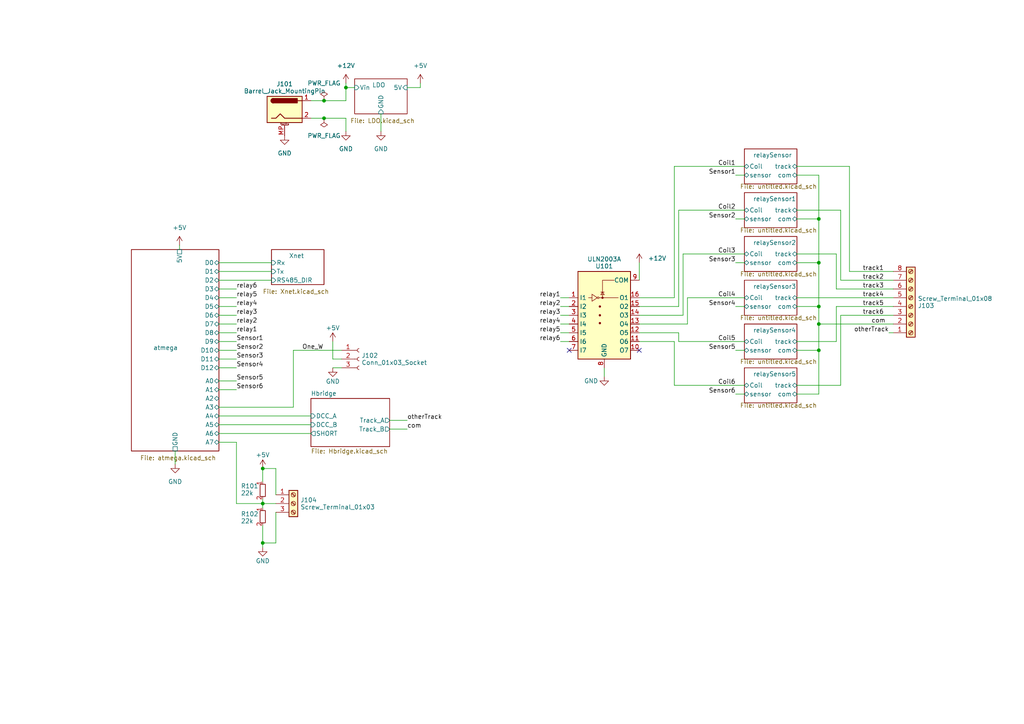
<source format=kicad_sch>
(kicad_sch (version 20230121) (generator eeschema)
  (paper "A4")
  (lib_symbols
    (symbol "Connector:Barrel_Jack_MountingPin" (pin_names hide)
      (property "Reference" "J" (at 0 5.334 0))
      (property "Value" "Barrel_Jack_MountingPin" (at 1.27 -6.35 0))
      (symbol "Barrel_Jack_MountingPin_0_1"
        (rectangle (start -5.08 3.81) (end 5.08 -3.81) (stroke (width 0.254)) (fill (type background)))
        (arc (start -3.302 3.175) (mid -3.9343 2.54) (end -3.302 1.905) (stroke (width 0.254)))
        (arc (start -3.302 3.175) (mid -3.9343 2.54) (end -3.302 1.905) (stroke (width 0.254)) (fill (type outline)))
        (polyline (pts (xy 5.08 2.54) (xy 3.81 2.54)) (stroke (width 0.254)))
        (polyline (pts (xy -3.81 -2.54) (xy -2.54 -2.54) (xy -1.27 -1.27) (xy 0 -2.54) (xy 2.54 -2.54) (xy 5.08 -2.54)) (stroke (width 0.254)))
        (rectangle (start 3.683 3.175) (end -3.302 1.905) (stroke (width 0.254)) (fill (type outline)))
      )
      (symbol "Barrel_Jack_MountingPin_1_1"
        (polyline (pts (xy -1.016 -4.572) (xy 1.016 -4.572)) (stroke (width 0.1524)))
        (text "Mounting" (at 0 -4.191 0) (effects (font (size 0.381 0.381))))
        (pin passive line (at 7.62 2.54 180) (length 2.54) (name "~") (number "1"))
        (pin passive line (at 7.62 -2.54 180) (length 2.54) (name "~") (number "2"))
        (pin passive line (at 0 -7.62 90) (length 3.048) (name "MountPin") (number "MP"))
      )
    )
    (symbol "Connector:Conn_01x03_Socket" (pin_names (offset 1.016) hide)
      (property "Reference" "J" (at 0 5.08 0))
      (property "Value" "Conn_01x03_Socket" (at 0 -5.08 0))
      (symbol "Conn_01x03_Socket_1_1"
        (arc (start 0 -2.032) (mid -0.5058 -2.54) (end 0 -3.048) (stroke (width 0.1524)))
        (polyline (pts (xy -1.27 -2.54) (xy -0.508 -2.54)) (stroke (width 0.1524)))
        (polyline (pts (xy -1.27 0) (xy -0.508 0)) (stroke (width 0.1524)))
        (polyline (pts (xy -1.27 2.54) (xy -0.508 2.54)) (stroke (width 0.1524)))
        (arc (start 0 0.508) (mid -0.5058 0) (end 0 -0.508) (stroke (width 0.1524)))
        (arc (start 0 3.048) (mid -0.5058 2.54) (end 0 2.032) (stroke (width 0.1524)))
        (pin passive line (at -5.08 2.54 0) (length 3.81) (name "Pin_1") (number "1"))
        (pin passive line (at -5.08 0 0) (length 3.81) (name "Pin_2") (number "2"))
        (pin passive line (at -5.08 -2.54 0) (length 3.81) (name "Pin_3") (number "3"))
      )
    )
    (symbol "Connector:Screw_Terminal_01x03" (pin_names (offset 1.016) hide)
      (property "Reference" "J" (at 0 5.08 0))
      (property "Value" "Screw_Terminal_01x03" (at 0 -5.08 0))
      (symbol "Screw_Terminal_01x03_1_1"
        (rectangle (start -1.27 3.81) (end 1.27 -3.81) (stroke (width 0.254)) (fill (type background)))
        (circle (center 0 -2.54) (radius 0.635) (stroke (width 0.1524)))
        (polyline (pts (xy -0.5334 -2.2098) (xy 0.3302 -3.048)) (stroke (width 0.1524)))
        (polyline (pts (xy -0.5334 0.3302) (xy 0.3302 -0.508)) (stroke (width 0.1524)))
        (polyline (pts (xy -0.5334 2.8702) (xy 0.3302 2.032)) (stroke (width 0.1524)))
        (polyline (pts (xy -0.3556 -2.032) (xy 0.508 -2.8702)) (stroke (width 0.1524)))
        (polyline (pts (xy -0.3556 0.508) (xy 0.508 -0.3302)) (stroke (width 0.1524)))
        (polyline (pts (xy -0.3556 3.048) (xy 0.508 2.2098)) (stroke (width 0.1524)))
        (circle (center 0 0) (radius 0.635) (stroke (width 0.1524)))
        (circle (center 0 2.54) (radius 0.635) (stroke (width 0.1524)))
        (pin passive line (at -5.08 2.54 0) (length 3.81) (name "Pin_1") (number "1"))
        (pin passive line (at -5.08 0 0) (length 3.81) (name "Pin_2") (number "2"))
        (pin passive line (at -5.08 -2.54 0) (length 3.81) (name "Pin_3") (number "3"))
      )
    )
    (symbol "Connector:Screw_Terminal_01x08" (pin_names (offset 1.016) hide)
      (property "Reference" "J" (at 0 10.16 0))
      (property "Value" "Screw_Terminal_01x08" (at 0 -12.7 0))
      (symbol "Screw_Terminal_01x08_1_1"
        (rectangle (start -1.27 8.89) (end 1.27 -11.43) (stroke (width 0.254)) (fill (type background)))
        (circle (center 0 -10.16) (radius 0.635) (stroke (width 0.1524)))
        (circle (center 0 -7.62) (radius 0.635) (stroke (width 0.1524)))
        (circle (center 0 -5.08) (radius 0.635) (stroke (width 0.1524)))
        (circle (center 0 -2.54) (radius 0.635) (stroke (width 0.1524)))
        (polyline (pts (xy -0.5334 -9.8298) (xy 0.3302 -10.668)) (stroke (width 0.1524)))
        (polyline (pts (xy -0.5334 -7.2898) (xy 0.3302 -8.128)) (stroke (width 0.1524)))
        (polyline (pts (xy -0.5334 -4.7498) (xy 0.3302 -5.588)) (stroke (width 0.1524)))
        (polyline (pts (xy -0.5334 -2.2098) (xy 0.3302 -3.048)) (stroke (width 0.1524)))
        (polyline (pts (xy -0.5334 0.3302) (xy 0.3302 -0.508)) (stroke (width 0.1524)))
        (polyline (pts (xy -0.5334 2.8702) (xy 0.3302 2.032)) (stroke (width 0.1524)))
        (polyline (pts (xy -0.5334 5.4102) (xy 0.3302 4.572)) (stroke (width 0.1524)))
        (polyline (pts (xy -0.5334 7.9502) (xy 0.3302 7.112)) (stroke (width 0.1524)))
        (polyline (pts (xy -0.3556 -9.652) (xy 0.508 -10.4902)) (stroke (width 0.1524)))
        (polyline (pts (xy -0.3556 -7.112) (xy 0.508 -7.9502)) (stroke (width 0.1524)))
        (polyline (pts (xy -0.3556 -4.572) (xy 0.508 -5.4102)) (stroke (width 0.1524)))
        (polyline (pts (xy -0.3556 -2.032) (xy 0.508 -2.8702)) (stroke (width 0.1524)))
        (polyline (pts (xy -0.3556 0.508) (xy 0.508 -0.3302)) (stroke (width 0.1524)))
        (polyline (pts (xy -0.3556 3.048) (xy 0.508 2.2098)) (stroke (width 0.1524)))
        (polyline (pts (xy -0.3556 5.588) (xy 0.508 4.7498)) (stroke (width 0.1524)))
        (polyline (pts (xy -0.3556 8.128) (xy 0.508 7.2898)) (stroke (width 0.1524)))
        (circle (center 0 0) (radius 0.635) (stroke (width 0.1524)))
        (circle (center 0 2.54) (radius 0.635) (stroke (width 0.1524)))
        (circle (center 0 5.08) (radius 0.635) (stroke (width 0.1524)))
        (circle (center 0 7.62) (radius 0.635) (stroke (width 0.1524)))
        (pin passive line (at -5.08 7.62 0) (length 3.81) (name "Pin_1") (number "1"))
        (pin passive line (at -5.08 5.08 0) (length 3.81) (name "Pin_2") (number "2"))
        (pin passive line (at -5.08 2.54 0) (length 3.81) (name "Pin_3") (number "3"))
        (pin passive line (at -5.08 0 0) (length 3.81) (name "Pin_4") (number "4"))
        (pin passive line (at -5.08 -2.54 0) (length 3.81) (name "Pin_5") (number "5"))
        (pin passive line (at -5.08 -5.08 0) (length 3.81) (name "Pin_6") (number "6"))
        (pin passive line (at -5.08 -7.62 0) (length 3.81) (name "Pin_7") (number "7"))
        (pin passive line (at -5.08 -10.16 0) (length 3.81) (name "Pin_8") (number "8"))
      )
    )
    (symbol "Transistor_Array:ULN2003A"
      (property "Reference" "U" (at 0 15.875 0))
      (property "Value" "ULN2003A" (at 0 13.97 0))
      (symbol "ULN2003A_0_1"
        (rectangle (start -7.62 -12.7) (end 7.62 12.7) (stroke (width 0.254)) (fill (type background)))
        (circle (center -1.778 5.08) (radius 0.254))
        (circle (center -1.27 -2.286) (radius 0.254) (fill (type outline)))
        (circle (center -1.27 0) (radius 0.254) (fill (type outline)))
        (circle (center -1.27 2.54) (radius 0.254) (fill (type outline)))
        (circle (center -0.508 5.08) (radius 0.254) (fill (type outline)))
        (polyline (pts (xy -4.572 5.08) (xy -3.556 5.08)))
        (polyline (pts (xy -1.524 5.08) (xy 4.064 5.08)))
        (polyline (pts (xy 0 6.731) (xy -1.016 6.731)))
        (polyline (pts (xy -0.508 5.08) (xy -0.508 10.16) (xy 2.921 10.16)))
        (polyline (pts (xy -3.556 6.096) (xy -3.556 4.064) (xy -2.032 5.08) (xy -3.556 6.096)))
        (polyline (pts (xy 0 5.969) (xy -1.016 5.969) (xy -0.508 6.731) (xy 0 5.969)))
      )
      (symbol "ULN2003A_1_1"
        (pin input line (at -10.16 5.08 0) (length 2.54) (name "I1") (number "1"))
        (pin open_collector line (at 10.16 -10.16 180) (length 2.54) (name "O7") (number "10"))
        (pin open_collector line (at 10.16 -7.62 180) (length 2.54) (name "O6") (number "11"))
        (pin open_collector line (at 10.16 -5.08 180) (length 2.54) (name "O5") (number "12"))
        (pin open_collector line (at 10.16 -2.54 180) (length 2.54) (name "O4") (number "13"))
        (pin open_collector line (at 10.16 0 180) (length 2.54) (name "O3") (number "14"))
        (pin open_collector line (at 10.16 2.54 180) (length 2.54) (name "O2") (number "15"))
        (pin open_collector line (at 10.16 5.08 180) (length 2.54) (name "O1") (number "16"))
        (pin input line (at -10.16 2.54 0) (length 2.54) (name "I2") (number "2"))
        (pin input line (at -10.16 0 0) (length 2.54) (name "I3") (number "3"))
        (pin input line (at -10.16 -2.54 0) (length 2.54) (name "I4") (number "4"))
        (pin input line (at -10.16 -5.08 0) (length 2.54) (name "I5") (number "5"))
        (pin input line (at -10.16 -7.62 0) (length 2.54) (name "I6") (number "6"))
        (pin input line (at -10.16 -10.16 0) (length 2.54) (name "I7") (number "7"))
        (pin power_in line (at 0 -15.24 90) (length 2.54) (name "GND") (number "8"))
        (pin passive line (at 10.16 10.16 180) (length 2.54) (name "COM") (number "9"))
      )
    )
    (symbol "power:+12V" (power) (pin_names (offset 0))
      (property "Value" "+12V" (at 0 3.556 0))
      (symbol "+12V_0_1"
        (polyline (pts (xy -0.762 1.27) (xy 0 2.54)))
        (polyline (pts (xy 0 0) (xy 0 2.54)))
        (polyline (pts (xy 0 2.54) (xy 0.762 1.27)))
      )
      (symbol "+12V_1_1"
        (pin power_in line (at 0 0 90) (length 0) hide (name "+12V") (number "1"))
      )
    )
    (symbol "power:+5V" (power) (pin_names (offset 0))
      (property "Value" "+5V" (at 0 3.556 0))
      (symbol "+5V_0_1"
        (polyline (pts (xy -0.762 1.27) (xy 0 2.54)))
        (polyline (pts (xy 0 0) (xy 0 2.54)))
        (polyline (pts (xy 0 2.54) (xy 0.762 1.27)))
      )
      (symbol "+5V_1_1"
        (pin power_in line (at 0 0 90) (length 0) hide (name "+5V") (number "1"))
      )
    )
    (symbol "power:GND" (power) (pin_names (offset 0))
      (property "Value" "GND" (at 0 -3.81 0))
      (symbol "GND_0_1"
        (polyline (pts (xy 0 0) (xy 0 -1.27) (xy 1.27 -1.27) (xy 0 -2.54) (xy -1.27 -1.27) (xy 0 -1.27)))
      )
      (symbol "GND_1_1"
        (pin power_in line (at 0 0 270) (length 0) hide (name "GND") (number "1"))
      )
    )
    (symbol "power:PWR_FLAG" (power) (pin_numbers hide) (pin_names (offset 0) hide)
      (property "Value" "PWR_FLAG" (at 0 3.81 0))
      (symbol "PWR_FLAG_0_0"
        (pin power_out line (at 0 0 90) (length 0) (name "pwr") (number "1"))
      )
      (symbol "PWR_FLAG_0_1"
        (polyline (pts (xy 0 0) (xy 0 1.27) (xy -1.016 1.905) (xy 0 2.54) (xy 1.016 1.905) (xy 0 1.27)))
      )
    )
    (symbol "resistors_0603:R_22k_0603"
      (property "Reference" "R" (at 1.27 2.54 0))
      (property "Value" "22k" (at 2.54 -2.54 0))
      (symbol "R_22k_0603_0_1"
        (rectangle (start -0.762 1.778) (end 0.762 -1.778) (stroke (width 0.2032)))
      )
      (symbol "R_22k_0603_1_1"
        (pin passive line (at 0 2.54 270) (length 0.762) (name "~") (number "1"))
        (pin passive line (at 0 -2.54 90) (length 0.762) (name "~") (number "2"))
      )
    )
  )
  (junction (at 93.98 34.29))
  (junction (at 237.49 93.98))
  (junction (at 237.49 76.2))
  (junction (at 76.2 157.48))
  (junction (at 237.49 101.6))
  (junction (at 237.49 63.5))
  (junction (at 237.49 88.9))
  (junction (at 93.98 29.21))
  (junction (at 100.33 25.4))
  (junction (at 76.2 135.89))
  (junction (at 76.2 146.05))
  (no_connect (at 185.42 101.6))
  (no_connect (at 165.1 101.6))
  (wire (pts (xy 237.49 93.98) (xy 259.08 93.98)))
  (wire (pts (xy 80.01 143.51) (xy 80.01 135.89)))
  (wire (pts (xy 231.14 88.9) (xy 237.49 88.9)))
  (wire (pts (xy 162.56 88.9) (xy 165.1 88.9)))
  (wire (pts (xy 63.5 113.03) (xy 68.58 113.03)))
  (wire (pts (xy 93.98 34.29) (xy 100.33 34.29)))
  (wire (pts (xy 52.07 71.12) (xy 52.07 72.39)))
  (wire (pts (xy 100.33 29.21) (xy 100.33 25.4)))
  (wire (pts (xy 231.14 63.5) (xy 237.49 63.5)))
  (wire (pts (xy 195.58 111.76) (xy 215.9 111.76)))
  (wire (pts (xy 242.57 73.66) (xy 242.57 83.82)))
  (wire (pts (xy 213.36 76.2) (xy 215.9 76.2)))
  (wire (pts (xy 213.36 50.8) (xy 215.9 50.8)))
  (wire (pts (xy 63.5 83.82) (xy 68.58 83.82)))
  (wire (pts (xy 185.42 88.9) (xy 196.85 88.9)))
  (wire (pts (xy 237.49 76.2) (xy 237.49 88.9)))
  (wire (pts (xy 231.14 50.8) (xy 237.49 50.8)))
  (wire (pts (xy 121.92 25.4) (xy 121.92 24.13)))
  (wire (pts (xy 185.42 86.36) (xy 195.58 86.36)))
  (wire (pts (xy 85.09 118.11) (xy 85.09 101.6)))
  (wire (pts (xy 76.2 146.05) (xy 68.58 146.05)))
  (wire (pts (xy 162.56 99.06) (xy 165.1 99.06)))
  (wire (pts (xy 85.09 101.6) (xy 99.06 101.6)))
  (wire (pts (xy 63.5 123.19) (xy 90.17 123.19)))
  (wire (pts (xy 259.08 91.44) (xy 243.84 91.44)))
  (wire (pts (xy 213.36 88.9) (xy 215.9 88.9)))
  (wire (pts (xy 90.17 34.29) (xy 93.98 34.29)))
  (wire (pts (xy 242.57 88.9) (xy 242.57 99.06)))
  (wire (pts (xy 231.14 73.66) (xy 242.57 73.66)))
  (wire (pts (xy 196.85 99.06) (xy 215.9 99.06)))
  (wire (pts (xy 63.5 91.44) (xy 68.58 91.44)))
  (wire (pts (xy 76.2 144.78) (xy 76.2 146.05)))
  (wire (pts (xy 259.08 96.52) (xy 257.81 96.52)))
  (wire (pts (xy 259.08 88.9) (xy 242.57 88.9)))
  (wire (pts (xy 50.8 130.81) (xy 50.8 134.62)))
  (wire (pts (xy 96.52 104.14) (xy 96.52 99.06)))
  (wire (pts (xy 195.58 99.06) (xy 195.58 111.76)))
  (wire (pts (xy 198.12 73.66) (xy 215.9 73.66)))
  (wire (pts (xy 231.14 86.36) (xy 259.08 86.36)))
  (wire (pts (xy 76.2 135.89) (xy 76.2 139.7)))
  (wire (pts (xy 237.49 88.9) (xy 237.49 93.98)))
  (wire (pts (xy 237.49 50.8) (xy 237.49 63.5)))
  (wire (pts (xy 63.5 101.6) (xy 68.58 101.6)))
  (wire (pts (xy 237.49 101.6) (xy 237.49 114.3)))
  (wire (pts (xy 80.01 148.59) (xy 80.01 157.48)))
  (wire (pts (xy 63.5 88.9) (xy 68.58 88.9)))
  (wire (pts (xy 63.5 96.52) (xy 68.58 96.52)))
  (wire (pts (xy 162.56 93.98) (xy 165.1 93.98)))
  (wire (pts (xy 90.17 29.21) (xy 93.98 29.21)))
  (wire (pts (xy 162.56 96.52) (xy 165.1 96.52)))
  (wire (pts (xy 243.84 91.44) (xy 243.84 111.76)))
  (wire (pts (xy 63.5 99.06) (xy 68.58 99.06)))
  (wire (pts (xy 63.5 78.74) (xy 78.74 78.74)))
  (wire (pts (xy 185.42 76.2) (xy 185.42 81.28)))
  (wire (pts (xy 185.42 96.52) (xy 196.85 96.52)))
  (wire (pts (xy 76.2 146.05) (xy 76.2 147.32)))
  (wire (pts (xy 242.57 99.06) (xy 231.14 99.06)))
  (wire (pts (xy 242.57 83.82) (xy 259.08 83.82)))
  (wire (pts (xy 162.56 91.44) (xy 165.1 91.44)))
  (wire (pts (xy 231.14 48.26) (xy 246.38 48.26)))
  (wire (pts (xy 213.36 101.6) (xy 215.9 101.6)))
  (wire (pts (xy 63.5 125.73) (xy 90.17 125.73)))
  (wire (pts (xy 76.2 152.4) (xy 76.2 157.48)))
  (wire (pts (xy 63.5 76.2) (xy 78.74 76.2)))
  (wire (pts (xy 100.33 34.29) (xy 100.33 38.1)))
  (wire (pts (xy 93.98 29.21) (xy 100.33 29.21)))
  (wire (pts (xy 63.5 120.65) (xy 90.17 120.65)))
  (wire (pts (xy 196.85 96.52) (xy 196.85 99.06)))
  (wire (pts (xy 175.26 109.22) (xy 175.26 106.68)))
  (wire (pts (xy 231.14 101.6) (xy 237.49 101.6)))
  (wire (pts (xy 231.14 76.2) (xy 237.49 76.2)))
  (wire (pts (xy 243.84 60.96) (xy 231.14 60.96)))
  (wire (pts (xy 68.58 128.27) (xy 63.5 128.27)))
  (wire (pts (xy 68.58 146.05) (xy 68.58 128.27)))
  (wire (pts (xy 113.03 124.46) (xy 118.11 124.46)))
  (wire (pts (xy 237.49 93.98) (xy 237.49 101.6)))
  (wire (pts (xy 96.52 106.68) (xy 99.06 106.68)))
  (wire (pts (xy 76.2 157.48) (xy 76.2 158.75)))
  (wire (pts (xy 246.38 48.26) (xy 246.38 78.74)))
  (wire (pts (xy 76.2 157.48) (xy 80.01 157.48)))
  (wire (pts (xy 199.39 93.98) (xy 199.39 86.36)))
  (wire (pts (xy 63.5 118.11) (xy 85.09 118.11)))
  (wire (pts (xy 113.03 121.92) (xy 118.11 121.92)))
  (wire (pts (xy 199.39 86.36) (xy 215.9 86.36)))
  (wire (pts (xy 100.33 24.13) (xy 100.33 25.4)))
  (wire (pts (xy 63.5 93.98) (xy 68.58 93.98)))
  (wire (pts (xy 231.14 114.3) (xy 237.49 114.3)))
  (wire (pts (xy 243.84 81.28) (xy 243.84 60.96)))
  (wire (pts (xy 76.2 135.89) (xy 80.01 135.89)))
  (wire (pts (xy 196.85 60.96) (xy 215.9 60.96)))
  (wire (pts (xy 100.33 25.4) (xy 102.87 25.4)))
  (wire (pts (xy 63.5 81.28) (xy 78.74 81.28)))
  (wire (pts (xy 185.42 93.98) (xy 199.39 93.98)))
  (wire (pts (xy 63.5 110.49) (xy 68.58 110.49)))
  (wire (pts (xy 118.11 25.4) (xy 121.92 25.4)))
  (wire (pts (xy 213.36 114.3) (xy 215.9 114.3)))
  (wire (pts (xy 196.85 88.9) (xy 196.85 60.96)))
  (wire (pts (xy 76.2 146.05) (xy 80.01 146.05)))
  (wire (pts (xy 259.08 81.28) (xy 243.84 81.28)))
  (wire (pts (xy 246.38 78.74) (xy 259.08 78.74)))
  (wire (pts (xy 243.84 111.76) (xy 231.14 111.76)))
  (wire (pts (xy 63.5 104.14) (xy 68.58 104.14)))
  (wire (pts (xy 237.49 63.5) (xy 237.49 76.2)))
  (wire (pts (xy 63.5 106.68) (xy 68.58 106.68)))
  (wire (pts (xy 185.42 99.06) (xy 195.58 99.06)))
  (wire (pts (xy 195.58 48.26) (xy 215.9 48.26)))
  (wire (pts (xy 185.42 91.44) (xy 198.12 91.44)))
  (wire (pts (xy 213.36 63.5) (xy 215.9 63.5)))
  (wire (pts (xy 99.06 104.14) (xy 96.52 104.14)))
  (wire (pts (xy 110.49 38.1) (xy 110.49 33.02)))
  (wire (pts (xy 195.58 86.36) (xy 195.58 48.26)))
  (wire (pts (xy 198.12 91.44) (xy 198.12 73.66)))
  (wire (pts (xy 162.56 86.36) (xy 165.1 86.36)))
  (wire (pts (xy 63.5 86.36) (xy 68.58 86.36)))
  (label "com" (at 252.73 93.98 0))
  (label "Coil1" (at 213.36 48.26 180))
  (label "track4" (at 250.19 86.36 0))
  (label "Coil6" (at 213.36 111.76 180))
  (label "relay4" (at 68.58 88.9 0))
  (label "Coil4" (at 213.36 86.36 180))
  (label "otherTrack" (at 118.11 121.92 0))
  (label "relay4" (at 162.56 93.98 180))
  (label "Sensor4" (at 213.36 88.9 180))
  (label "relay5" (at 162.56 96.52 180))
  (label "Sensor6" (at 68.58 113.03 0))
  (label "track3" (at 250.19 83.82 0))
  (label "Sensor1" (at 213.36 50.8 180))
  (label "track2" (at 250.19 81.28 0))
  (label "Coil2" (at 213.36 60.96 180))
  (label "Sensor1" (at 68.58 99.06 0))
  (label "relay1" (at 162.56 86.36 180))
  (label "One_W" (at 87.63 101.6 0))
  (label "Sensor2" (at 213.36 63.5 180))
  (label "relay2" (at 68.58 93.98 0))
  (label "Sensor5" (at 68.58 110.49 0))
  (label "com" (at 118.11 124.46 0))
  (label "track1" (at 250.19 78.74 0))
  (label "Sensor5" (at 213.36 101.6 180))
  (label "Sensor3" (at 68.58 104.14 0))
  (label "relay3" (at 68.58 91.44 0))
  (label "relay1" (at 68.58 96.52 0))
  (label "Coil3" (at 213.36 73.66 180))
  (label "track5" (at 250.19 88.9 0))
  (label "Sensor3" (at 213.36 76.2 180))
  (label "relay6" (at 68.58 83.82 0))
  (label "relay6" (at 162.56 99.06 180))
  (label "relay5" (at 68.58 86.36 0))
  (label "otherTrack" (at 257.81 96.52 180))
  (label "Sensor6" (at 213.36 114.3 180))
  (label "track6" (at 250.19 91.44 0))
  (label "Coil5" (at 213.36 99.06 180))
  (label "relay2" (at 162.56 88.9 180))
  (label "relay3" (at 162.56 91.44 180))
  (label "Sensor2" (at 68.58 101.6 0))
  (label "Sensor4" (at 68.58 106.68 0))
  (symbol (lib_id "power:GND") (at 110.49 38.1 0) (unit 1)
    (property "Reference" "#PWR0109" (effects hide))
    (property "Value" "GND" (at 110.49 43.18 0))
  )
  (symbol (lib_id "Connector:Screw_Terminal_01x03") (at 85.09 146.05 0) (unit 1)
    (property "Reference" "J104" (at 87.122 145.026 0) (effects (justify left)))
    (property "Value" "Screw_Terminal_01x03" (at 87.122 147.074 0) (effects (justify left)))
    (property "Footprint" "TerminalBlock_Phoenix:TerminalBlock_Phoenix_MKDS-1,5-3-5.08_1x03_P5.08mm_Horizontal" (effects hide))
  )
  (symbol (lib_id "power:PWR_FLAG") (at 93.98 34.29 180) (unit 1)
    (property "Reference" "#FLG0102" (effects hide))
    (property "Value" "PWR_FLAG" (at 93.98 39.37 0))
  )
  (symbol (lib_id "resistors_0603:R_22k_0603") (at 76.2 149.86 0) (unit 1)
    (property "Reference" "R102" (at 69.85 149.082 0) (effects (justify left)))
    (property "Value" "22k" (at 69.85 151.13 0) (effects (justify left)))
    (property "Footprint" "custom_kicad_lib_sk:R_0603_smalltext" (effects hide))
    (property "JLCPCB Part#" "C31850" (effects hide))
  )
  (symbol (lib_id "power:GND") (at 96.52 106.68 0) (unit 1)
    (property "Reference" "#PWR0106" (effects hide))
    (property "Value" "GND" (at 96.52 110.625 0))
  )
  (symbol (lib_id "power:+5V") (at 121.92 24.13 0) (unit 1)
    (property "Reference" "#PWR0110" (effects hide))
    (property "Value" "+5V" (at 121.92 19.05 0))
  )
  (symbol (lib_id "power:GND") (at 50.8 134.62 0) (unit 1)
    (property "Reference" "#PWR0101" (effects hide))
    (property "Value" "GND" (at 50.8 139.7 0))
  )
  (symbol (lib_id "power:+5V") (at 96.52 99.06 0) (unit 1)
    (property "Reference" "#PWR0105" (effects hide))
    (property "Value" "+5V" (at 96.52 95.115 0))
  )
  (symbol (lib_id "power:PWR_FLAG") (at 93.98 29.21 0) (unit 1)
    (property "Reference" "#FLG0101" (effects hide))
    (property "Value" "PWR_FLAG" (at 93.98 24.13 0))
  )
  (symbol (lib_id "Connector:Barrel_Jack_MountingPin") (at 82.55 31.75 0) (unit 1)
    (property "Reference" "J101" (at 82.55 24.36 0))
    (property "Value" "Barrel_Jack_MountingPin" (at 82.55 26.408 0))
    (property "Footprint" "custom_kicad_lib_sk:barreljack" (effects hide))
  )
  (symbol (lib_id "Transistor_Array:ULN2003A") (at 175.26 91.44 0) (unit 1)
    (property "Reference" "U101" (at 175.26 77.208 0))
    (property "Value" "ULN2003A" (at 175.26 75.16 0))
    (property "Footprint" "Package_SO:SOIC-16W_5.3x10.2mm_P1.27mm" (effects hide))
    (property "Datasheet" "http://www.ti.com/lit/ds/symlink/uln2003a.pdf" (effects hide))
    (property "JLCPCB Part#" "C7512" (effects hide))
  )
  (symbol (lib_id "power:GND") (at 82.55 39.37 0) (unit 1)
    (property "Reference" "#PWR0113" (effects hide))
    (property "Value" "GND" (at 82.55 44.45 0))
  )
  (symbol (lib_id "power:+5V") (at 76.2 135.89 0) (unit 1)
    (property "Reference" "#PWR0103" (effects hide))
    (property "Value" "+5V" (at 76.2 131.945 0))
  )
  (symbol (lib_id "Connector:Screw_Terminal_01x08") (at 264.16 88.9 0) (mirror x) (unit 1)
    (property "Reference" "J103" (at 266.192 88.654 0) (effects (justify left)))
    (property "Value" "Screw_Terminal_01x08" (at 266.192 86.606 0) (effects (justify left)))
    (property "Footprint" "TerminalBlock_Phoenix:TerminalBlock_Phoenix_MKDS-1,5-8-5.08_1x08_P5.08mm_Horizontal" (effects hide))
  )
  (symbol (lib_id "power:GND") (at 175.26 109.22 0) (unit 1)
    (property "Reference" "#PWR0111" (effects hide))
    (property "Value" "GND" (at 171.45 110.49 0))
  )
  (symbol (lib_id "Connector:Conn_01x03_Socket") (at 104.14 104.14 0) (unit 1)
    (property "Reference" "J102" (at 104.8512 103.116 0) (effects (justify left)))
    (property "Value" "Conn_01x03_Socket" (at 104.8512 105.164 0) (effects (justify left)))
    (property "Footprint" "Connector_PinHeader_2.54mm:PinHeader_1x03_P2.54mm_Vertical" (effects hide))
  )
  (symbol (lib_id "power:GND") (at 76.2 158.75 0) (unit 1)
    (property "Reference" "#PWR0104" (effects hide))
    (property "Value" "GND" (at 76.2 162.695 0))
  )
  (symbol (lib_id "power:GND") (at 100.33 38.1 0) (unit 1)
    (property "Reference" "#PWR0108" (effects hide))
    (property "Value" "GND" (at 100.33 43.18 0))
  )
  (symbol (lib_id "power:+12V") (at 185.42 76.2 0) (unit 1)
    (property "Reference" "#PWR0112" (effects hide))
    (property "Value" "+12V" (at 187.96 74.93 0) (effects (justify left)))
  )
  (symbol (lib_id "power:+5V") (at 52.07 71.12 0) (unit 1)
    (property "Reference" "#PWR0102" (effects hide))
    (property "Value" "+5V" (at 52.07 66.04 0))
  )
  (symbol (lib_id "resistors_0603:R_22k_0603") (at 76.2 142.24 0) (unit 1)
    (property "Reference" "R101" (at 69.85 140.97 0) (effects (justify left)))
    (property "Value" "22k" (at 69.85 143.018 0) (effects (justify left)))
    (property "Footprint" "custom_kicad_lib_sk:R_0603_smalltext" (effects hide))
    (property "JLCPCB Part#" "C31850" (effects hide))
  )
  (symbol (lib_id "power:+12V") (at 100.33 24.13 0) (unit 1)
    (property "Reference" "#PWR0107" (effects hide))
    (property "Value" "+12V" (at 100.33 19.05 0))
  )
  (sheet (at 215.9 93.98) (size 15.24 10.16) (stroke (width 0.1524))
    (property "Sheetname" "relaySensor4" (at 218.44 96.52 0) (effects (justify left bottom)))
    (property "Sheetfile" "untitled.kicad_sch" (at 214.63 104.14 0) (effects (justify left top)))
    (pin "track" bidirectional (at 231.14 99.06 0))
    (pin "Coil" bidirectional (at 215.9 99.06 180))
    (pin "com" bidirectional (at 231.14 101.6 0))
    (pin "sensor" bidirectional (at 215.9 101.6 180))
  )
  (sheet (at 38.1 72.39) (size 25.4 58.42) (stroke (width 0.1524))
    (property "Sheetname" "atmega" (at 44.45 101.6 0) (effects (justify left bottom)))
    (property "Sheetfile" "atmega.kicad_sch" (at 40.64 132.08 0) (effects (justify left top)))
    (pin "5V" passive (at 52.07 72.39 90))
    (pin "A7" bidirectional (at 63.5 128.27 0))
    (pin "A6" bidirectional (at 63.5 125.73 0))
    (pin "GND" passive (at 50.8 130.81 270))
    (pin "A5" bidirectional (at 63.5 123.19 0))
    (pin "D1" bidirectional (at 63.5 78.74 0))
    (pin "D0" bidirectional (at 63.5 76.2 0))
    (pin "D2" bidirectional (at 63.5 81.28 0))
    (pin "D7" bidirectional (at 63.5 93.98 0))
    (pin "D6" bidirectional (at 63.5 91.44 0))
    (pin "D3" bidirectional (at 63.5 83.82 0))
    (pin "D4" bidirectional (at 63.5 86.36 0))
    (pin "D5" bidirectional (at 63.5 88.9 0))
    (pin "A4" bidirectional (at 63.5 120.65 0))
    (pin "A0" bidirectional (at 63.5 110.49 0))
    (pin "A3" bidirectional (at 63.5 118.11 0))
    (pin "A1" bidirectional (at 63.5 113.03 0))
    (pin "A2" bidirectional (at 63.5 115.57 0))
    (pin "D12" bidirectional (at 63.5 106.68 0))
    (pin "D11" bidirectional (at 63.5 104.14 0))
    (pin "D9" bidirectional (at 63.5 99.06 0))
    (pin "D8" bidirectional (at 63.5 96.52 0))
    (pin "D10" bidirectional (at 63.5 101.6 0))
  )
  (sheet (at 215.9 43.18) (size 15.24 10.16) (stroke (width 0.1524))
    (property "Sheetname" "relaySensor" (at 218.44 45.72 0) (effects (justify left bottom)))
    (property "Sheetfile" "untitled.kicad_sch" (at 214.63 53.34 0) (effects (justify left top)))
    (pin "track" bidirectional (at 231.14 48.26 0))
    (pin "Coil" bidirectional (at 215.9 48.26 180))
    (pin "com" bidirectional (at 231.14 50.8 0))
    (pin "sensor" bidirectional (at 215.9 50.8 180))
  )
  (sheet (at 215.9 55.88) (size 15.24 10.16) (stroke (width 0.1524))
    (property "Sheetname" "relaySensor1" (at 218.44 58.42 0) (effects (justify left bottom)))
    (property "Sheetfile" "untitled.kicad_sch" (at 214.63 66.04 0) (effects (justify left top)))
    (pin "track" bidirectional (at 231.14 60.96 0))
    (pin "Coil" bidirectional (at 215.9 60.96 180))
    (pin "com" bidirectional (at 231.14 63.5 0))
    (pin "sensor" bidirectional (at 215.9 63.5 180))
  )
  (sheet (at 78.74 72.39) (size 15.24 10.16) (stroke (width 0.1524))
    (property "Sheetname" "Xnet" (at 83.82 74.93 0) (effects (justify left bottom)))
    (property "Sheetfile" "Xnet.kicad_sch" (at 76.2 83.82 0) (effects (justify left top)))
    (pin "RS485_DIR" input (at 78.74 81.28 180))
    (pin "Rx" input (at 78.74 76.2 180))
    (pin "Tx" input (at 78.74 78.74 180))
  )
  (sheet (at 90.17 115.57) (size 22.86 13.97) (stroke (width 0.1524))
    (property "Sheetname" "Hbridge" (at 90.17 114.8584 0) (effects (justify left bottom)))
    (property "Sheetfile" "Hbridge.kicad_sch" (at 90.17 130.1246 0) (effects (justify left top)))
    (pin "DCC_B" input (at 90.17 123.19 180))
    (pin "DCC_A" input (at 90.17 120.65 180))
    (pin "SHORT" output (at 90.17 125.73 180))
    (pin "Track_B" output (at 113.03 124.46 0))
    (pin "Track_A" output (at 113.03 121.92 0))
  )
  (sheet (at 102.87 22.86) (size 15.24 10.16) (stroke (width 0.1524))
    (property "Sheetname" "LDO" (at 107.95 25.4 0) (effects (justify left bottom)))
    (property "Sheetfile" "LDO.kicad_sch" (at 101.6 34.29 0) (effects (justify left top)))
    (pin "GND" input (at 110.49 33.02 270))
    (pin "Vin" input (at 102.87 25.4 180))
    (pin "5V" input (at 118.11 25.4 0))
  )
  (sheet (at 215.9 106.68) (size 15.24 10.16) (stroke (width 0.1524))
    (property "Sheetname" "relaySensor5" (at 218.44 109.22 0) (effects (justify left bottom)))
    (property "Sheetfile" "untitled.kicad_sch" (at 214.63 116.84 0) (effects (justify left top)))
    (pin "track" bidirectional (at 231.14 111.76 0))
    (pin "Coil" bidirectional (at 215.9 111.76 180))
    (pin "com" bidirectional (at 231.14 114.3 0))
    (pin "sensor" bidirectional (at 215.9 114.3 180))
  )
  (sheet (at 215.9 68.58) (size 15.24 10.16) (stroke (width 0.1524))
    (property "Sheetname" "relaySensor2" (at 218.44 71.12 0) (effects (justify left bottom)))
    (property "Sheetfile" "untitled.kicad_sch" (at 214.63 78.74 0) (effects (justify left top)))
    (pin "track" bidirectional (at 231.14 73.66 0))
    (pin "Coil" bidirectional (at 215.9 73.66 180))
    (pin "com" bidirectional (at 231.14 76.2 0))
    (pin "sensor" bidirectional (at 215.9 76.2 180))
  )
  (sheet (at 215.9 81.28) (size 15.24 10.16) (stroke (width 0.1524))
    (property "Sheetname" "relaySensor3" (at 218.44 83.82 0) (effects (justify left bottom)))
    (property "Sheetfile" "untitled.kicad_sch" (at 214.63 91.44 0) (effects (justify left top)))
    (pin "track" bidirectional (at 231.14 86.36 0))
    (pin "Coil" bidirectional (at 215.9 86.36 180))
    (pin "com" bidirectional (at 231.14 88.9 0))
    (pin "sensor" bidirectional (at 215.9 88.9 180))
  )
)
</source>
